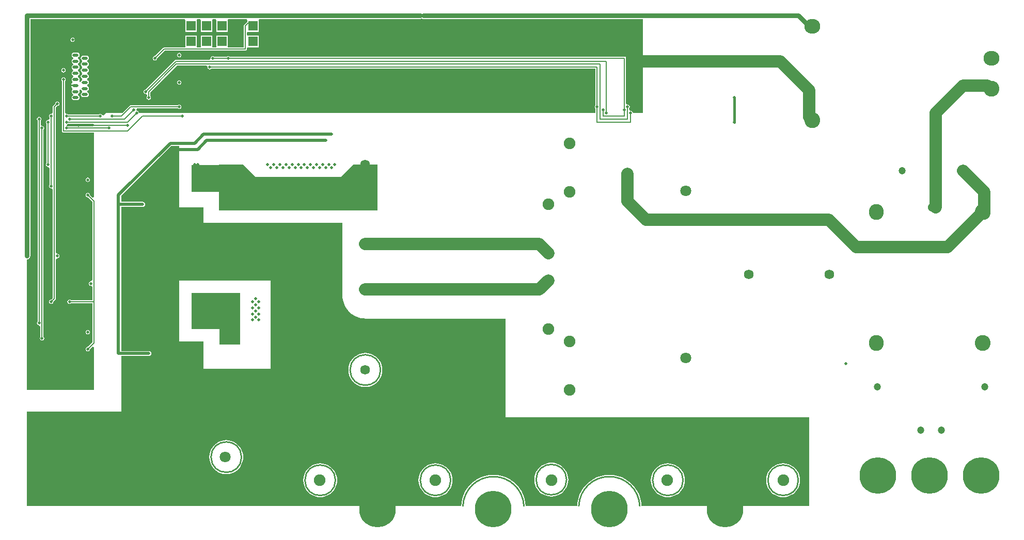
<source format=gbl>
G04*
G04 #@! TF.GenerationSoftware,Altium Limited,Altium Designer,18.1.7 (191)*
G04*
G04 Layer_Physical_Order=4*
G04 Layer_Color=16711680*
%FSLAX44Y44*%
%MOMM*%
G71*
G01*
G75*
%ADD10C,0.2000*%
%ADD36O,1.0000X0.5000*%
%ADD76C,0.2540*%
%ADD79C,0.4000*%
%ADD80C,0.5000*%
%ADD81C,2.0000*%
%ADD104C,1.8000*%
%ADD105O,2.6000X2.4000*%
%ADD106C,2.6000*%
%ADD107C,1.5240*%
%ADD108O,2.4000X2.6000*%
%ADD109C,1.5900*%
%ADD110C,6.0000*%
%ADD111C,1.9000*%
%ADD112C,1.2000*%
%ADD113R,1.6000X1.6000*%
%ADD114C,0.5080*%
%ADD115C,0.8000*%
%ADD116R,26.5000X9.5000*%
%ADD117R,8.0000X6.5000*%
%ADD118R,9.5000X16.0000*%
%ADD119R,8.0000X4.5000*%
%ADD120R,3.5000X8.5000*%
%ADD121R,8.0000X6.0000*%
G36*
X1147854Y909819D02*
X1150000Y909392D01*
X1510000Y909392D01*
X1510000Y755000D01*
X1493609Y755000D01*
X1493609Y755000D01*
X1493335Y756381D01*
X1492552Y757552D01*
X1491381Y758335D01*
X1490000Y758609D01*
X1487960Y760135D01*
X1487552Y762448D01*
X1488335Y763619D01*
X1488609Y765000D01*
X1488335Y766381D01*
X1487552Y767552D01*
X1486381Y768335D01*
X1485000Y768609D01*
X1482549Y770442D01*
Y845000D01*
X1482355Y845975D01*
X1481802Y846802D01*
X1480975Y847355D01*
X1480000Y847549D01*
X832554D01*
X832552Y847552D01*
X831381Y848335D01*
X830000Y848609D01*
X828619Y848335D01*
X827448Y847552D01*
X827446Y847549D01*
X807554D01*
X807552Y847552D01*
X806381Y848335D01*
X805000Y848609D01*
X803619Y848335D01*
X802448Y847552D01*
X801665Y846381D01*
X801391Y845000D01*
X799558Y842549D01*
X745000D01*
X744025Y842355D01*
X743198Y841802D01*
X695004Y793609D01*
X695000Y793609D01*
X693619Y793335D01*
X692448Y792552D01*
X691665Y791381D01*
X691391Y790000D01*
X691665Y788619D01*
X692448Y787448D01*
X693619Y786665D01*
X695000Y786391D01*
X697040Y784865D01*
X697448Y782552D01*
X696665Y781381D01*
X696391Y780000D01*
X696665Y778619D01*
X697448Y777448D01*
X698619Y776665D01*
X700000Y776391D01*
X701381Y776665D01*
X702552Y777448D01*
X703335Y778619D01*
X703609Y780000D01*
X703335Y781381D01*
X702552Y782552D01*
X702549Y782554D01*
Y788944D01*
X746056Y832451D01*
X794558D01*
X796391Y830000D01*
X796665Y828619D01*
X797448Y827448D01*
X798619Y826665D01*
X800000Y826391D01*
X801381Y826665D01*
X802552Y827448D01*
X802554Y827451D01*
X1432451D01*
Y767554D01*
X1432448Y767552D01*
X1431665Y766381D01*
X1431391Y765000D01*
X1431665Y763619D01*
X1432448Y762448D01*
X1432451Y762446D01*
Y755000D01*
X1357912Y755000D01*
X969842Y755000D01*
X683609Y755000D01*
X683609Y755000D01*
X683335Y756381D01*
X682552Y757552D01*
X681381Y758335D01*
X680512Y758508D01*
X679711Y759794D01*
X679965Y761979D01*
X680371Y762381D01*
X680514Y762451D01*
X720000Y762451D01*
X720000Y762451D01*
X725000D01*
X725000Y762451D01*
X725000Y762451D01*
X747446D01*
X747448Y762448D01*
X748619Y761665D01*
X750000Y761391D01*
X751381Y761665D01*
X752552Y762448D01*
X753335Y763619D01*
X753609Y765000D01*
X753335Y766381D01*
X752552Y767552D01*
X751381Y768335D01*
X750000Y768609D01*
X748619Y768335D01*
X747448Y767552D01*
X747446Y767549D01*
X705000D01*
X680000Y767549D01*
X680000Y767549D01*
X670000D01*
X669025Y767355D01*
X668198Y766802D01*
X656395Y755000D01*
X630000D01*
X626000Y751000D01*
X624326Y751239D01*
X623116Y751708D01*
X622552Y752552D01*
X621381Y753335D01*
X620000Y753609D01*
X618619Y753335D01*
X617448Y752552D01*
X617446Y752549D01*
X567554D01*
X567552Y752552D01*
X566381Y753335D01*
X565000Y753609D01*
X562549Y755442D01*
Y807446D01*
X562552Y807448D01*
X563335Y808619D01*
X563609Y810000D01*
X563335Y811381D01*
X562552Y812552D01*
X561381Y813335D01*
X560000Y813609D01*
X558619Y813335D01*
X557448Y812552D01*
X556665Y811381D01*
X556391Y810000D01*
X556665Y808619D01*
X557448Y807448D01*
X557451Y807446D01*
Y725000D01*
X557645Y724025D01*
X558198Y723198D01*
X559025Y722645D01*
X560000Y722451D01*
X610000D01*
X610000Y616923D01*
X607653Y615951D01*
X603609Y619996D01*
X603609Y620000D01*
X603335Y621381D01*
X602552Y622552D01*
X601381Y623335D01*
X600000Y623609D01*
X598619Y623335D01*
X597448Y622552D01*
X596665Y621381D01*
X596391Y620000D01*
X596665Y618619D01*
X597448Y617448D01*
X598619Y616665D01*
X600000Y616391D01*
X600004Y616391D01*
X607451Y608944D01*
Y480442D01*
X605000Y478609D01*
X603619Y478335D01*
X602448Y477552D01*
X601665Y476381D01*
X601391Y475000D01*
X601665Y473619D01*
X602448Y472448D01*
X603619Y471665D01*
X605000Y471391D01*
X607451Y469558D01*
Y447549D01*
X572554D01*
X572552Y447552D01*
X571381Y448335D01*
X570000Y448609D01*
X568619Y448335D01*
X567448Y447552D01*
X566665Y446381D01*
X566391Y445000D01*
X566665Y443619D01*
X567448Y442448D01*
X568619Y441665D01*
X570000Y441391D01*
X571381Y441665D01*
X572552Y442448D01*
X572554Y442451D01*
X607451D01*
Y378556D01*
X600004Y371109D01*
X600000Y371109D01*
X598619Y370835D01*
X597448Y370052D01*
X596665Y368881D01*
X596391Y367500D01*
X596665Y366119D01*
X597448Y364948D01*
X598619Y364165D01*
X600000Y363891D01*
X601381Y364165D01*
X602552Y364948D01*
X603335Y366119D01*
X603609Y367500D01*
X603609Y367504D01*
X607653Y371549D01*
X610000Y370577D01*
Y300000D01*
X500000Y300000D01*
X500000Y514392D01*
X500000Y514392D01*
X502146Y514819D01*
X503965Y516035D01*
X505181Y517854D01*
X505608Y520000D01*
X505608Y909392D01*
X758860Y909392D01*
X759700Y906852D01*
Y888200D01*
X778700D01*
Y906852D01*
X778700Y907200D01*
X779539Y909392D01*
X784260D01*
X785100Y906852D01*
Y888200D01*
X804100D01*
Y906852D01*
X804100Y907200D01*
X804939Y909392D01*
X809660D01*
X810500Y906852D01*
Y888200D01*
X829500D01*
Y906852D01*
X829500Y907200D01*
X830340Y909392D01*
X860461D01*
X861300Y906852D01*
Y904871D01*
X861198Y904802D01*
X856198Y899802D01*
X855645Y898976D01*
X855451Y898000D01*
Y862549D01*
X831936D01*
X829500Y862800D01*
X829500Y865089D01*
Y881800D01*
X810500D01*
Y865089D01*
X810500Y862800D01*
X808064Y862549D01*
X806536D01*
X804100Y862800D01*
X804100Y865089D01*
Y881800D01*
X785100D01*
Y865089D01*
X785100Y862800D01*
X782664Y862549D01*
X781136D01*
X778700Y862800D01*
X778700Y865089D01*
Y881800D01*
X759700D01*
Y865089D01*
X759700Y862800D01*
X757264Y862549D01*
X725000D01*
X724025Y862355D01*
X723198Y861802D01*
X723198Y861802D01*
X710004Y848609D01*
X710000Y848609D01*
X708619Y848335D01*
X707448Y847552D01*
X706665Y846381D01*
X706391Y845000D01*
X706665Y843619D01*
X707448Y842448D01*
X708619Y841665D01*
X710000Y841391D01*
X711381Y841665D01*
X712552Y842448D01*
X713335Y843619D01*
X713609Y845000D01*
X713609Y845004D01*
X726056Y857451D01*
X858000D01*
X858975Y857645D01*
X859802Y858198D01*
X860355Y859025D01*
X860549Y860000D01*
Y860571D01*
X861300Y862800D01*
X863089Y862800D01*
X880300D01*
Y881800D01*
X863089D01*
X861300Y881800D01*
X860549Y884029D01*
Y885971D01*
X861300Y888200D01*
X880300D01*
Y906852D01*
X880300Y907200D01*
X881140Y909392D01*
X1015000Y909392D01*
X1025000D01*
X1025000Y909392D01*
X1145000D01*
X1147146Y909819D01*
X1147417Y910000D01*
X1147583D01*
X1147854Y909819D01*
D02*
G37*
G36*
X609953Y735470D02*
X609985Y735089D01*
X609684Y732549D01*
X567554D01*
X567552Y732552D01*
X566381Y733335D01*
X566222Y733366D01*
X565500Y735000D01*
X566222Y736634D01*
X566381Y736665D01*
X567552Y737448D01*
X567554Y737451D01*
X609132D01*
X609953Y735470D01*
D02*
G37*
G36*
X1075000Y595000D02*
X815000Y595000D01*
Y670000D01*
X855000D01*
X875000Y650000D01*
X1015000D01*
X1035000Y670000D01*
X1075000D01*
X1075000Y595000D01*
D02*
G37*
G36*
X750000Y600000D02*
X790000Y600000D01*
X790000Y485000D01*
X750000Y485000D01*
X750000Y380000D01*
X790000Y380000D01*
X790000Y335000D01*
X900000Y335000D01*
X900000Y575000D01*
X1017500Y575000D01*
X1017500Y455000D01*
Y455000D01*
X1017580Y452547D01*
X1018221Y447684D01*
X1019490Y442946D01*
X1021367Y438414D01*
X1023820Y434166D01*
X1026806Y430274D01*
X1030274Y426806D01*
X1034166Y423820D01*
X1038414Y421367D01*
X1042946Y419490D01*
X1047684Y418220D01*
X1052547Y417580D01*
X1055000Y417500D01*
X1285000D01*
X1285000Y255000D01*
X1782500Y255000D01*
X1782500Y110000D01*
X1507784D01*
X1507762Y110111D01*
X1507745Y110110D01*
X1507431Y114903D01*
X1506081Y121687D01*
X1503858Y128237D01*
X1500798Y134442D01*
X1496955Y140193D01*
X1492394Y145394D01*
X1487193Y149955D01*
X1481442Y153798D01*
X1475237Y156858D01*
X1468687Y159081D01*
X1461903Y160431D01*
X1455000Y160883D01*
X1448097Y160431D01*
X1441313Y159081D01*
X1434763Y156858D01*
X1428558Y153798D01*
X1422807Y149955D01*
X1417606Y145394D01*
X1413045Y140193D01*
X1409202Y134442D01*
X1406142Y128237D01*
X1403919Y121687D01*
X1402569Y114903D01*
X1402255Y110110D01*
X1402238Y110111D01*
X1402216Y110000D01*
X1317784D01*
X1317762Y110111D01*
X1317745Y110110D01*
X1317431Y114903D01*
X1316081Y121687D01*
X1313858Y128237D01*
X1310798Y134442D01*
X1306955Y140193D01*
X1302394Y145394D01*
X1297193Y149955D01*
X1291442Y153798D01*
X1285237Y156858D01*
X1278687Y159081D01*
X1271903Y160431D01*
X1265000Y160883D01*
X1258097Y160431D01*
X1251313Y159081D01*
X1244762Y156858D01*
X1238558Y153798D01*
X1232807Y149955D01*
X1227606Y145394D01*
X1223045Y140193D01*
X1219202Y134442D01*
X1216142Y128237D01*
X1213919Y121687D01*
X1212569Y114903D01*
X1212255Y110110D01*
X1212238Y110111D01*
X1212216Y110000D01*
X500000Y110000D01*
X500000Y265000D01*
X740000Y265000D01*
X740000Y290000D01*
X655000Y290000D01*
Y355922D01*
X700000Y355922D01*
X701561Y356232D01*
X702884Y357116D01*
X703768Y358439D01*
X704078Y360000D01*
X703768Y361561D01*
X702884Y362884D01*
X701561Y363768D01*
X700000Y364078D01*
X655000Y364078D01*
X655000Y600922D01*
X690000D01*
X691561Y601232D01*
X692884Y602116D01*
X693768Y603439D01*
X694078Y605000D01*
X693768Y606561D01*
X692884Y607884D01*
X691561Y608768D01*
X690000Y609078D01*
X655000D01*
Y619232D01*
X736689Y700922D01*
X750000D01*
X750000Y600000D01*
D02*
G37*
%LPC*%
G36*
X575000Y878609D02*
X573619Y878335D01*
X572448Y877552D01*
X571665Y876381D01*
X571391Y875000D01*
X571665Y873619D01*
X572448Y872448D01*
X573619Y871665D01*
X575000Y871391D01*
X576381Y871665D01*
X577552Y872448D01*
X578335Y873619D01*
X578609Y875000D01*
X578335Y876381D01*
X577552Y877552D01*
X576381Y878335D01*
X575000Y878609D01*
D02*
G37*
G36*
X750000Y853609D02*
X748619Y853335D01*
X747448Y852552D01*
X746665Y851381D01*
X746391Y850000D01*
X746665Y848619D01*
X747448Y847448D01*
X748619Y846665D01*
X750000Y846391D01*
X751381Y846665D01*
X752552Y847448D01*
X753335Y848619D01*
X753609Y850000D01*
X753335Y851381D01*
X752552Y852552D01*
X751381Y853335D01*
X750000Y853609D01*
D02*
G37*
G36*
X560000Y828609D02*
X558619Y828335D01*
X557448Y827552D01*
X556665Y826381D01*
X556391Y825000D01*
X556665Y823619D01*
X557448Y822448D01*
X558619Y821665D01*
X560000Y821391D01*
X561381Y821665D01*
X562552Y822448D01*
X563335Y823619D01*
X563609Y825000D01*
X563335Y826381D01*
X562552Y827552D01*
X561381Y828335D01*
X560000Y828609D01*
D02*
G37*
G36*
X750000Y808609D02*
X748619Y808335D01*
X747448Y807552D01*
X746665Y806381D01*
X746391Y805000D01*
X746665Y803619D01*
X747448Y802448D01*
X748619Y801665D01*
X750000Y801391D01*
X751381Y801665D01*
X752552Y802448D01*
X753335Y803619D01*
X753609Y805000D01*
X753335Y806381D01*
X752552Y807552D01*
X751381Y808335D01*
X750000Y808609D01*
D02*
G37*
G36*
X582500Y854078D02*
X577500D01*
X575939Y853768D01*
X574616Y852884D01*
X573732Y851561D01*
X573422Y850000D01*
X573732Y848439D01*
X574616Y847116D01*
X575794Y846329D01*
X575939Y845203D01*
Y844797D01*
X575794Y843671D01*
X574616Y842884D01*
X573732Y841561D01*
X573422Y840000D01*
X573732Y838439D01*
X574616Y837116D01*
X575794Y836329D01*
X575939Y835202D01*
Y834797D01*
X575794Y833671D01*
X574616Y832884D01*
X573732Y831561D01*
X573422Y830000D01*
X573732Y828439D01*
X574616Y827116D01*
X575794Y826329D01*
X575939Y825202D01*
Y824798D01*
X575794Y823671D01*
X574616Y822884D01*
X573732Y821561D01*
X573422Y820000D01*
X573732Y818439D01*
X574616Y817116D01*
X575794Y816329D01*
X575939Y815203D01*
Y814798D01*
X575794Y813671D01*
X574616Y812884D01*
X573732Y811561D01*
X573422Y810000D01*
X573732Y808439D01*
X574616Y807116D01*
X574735Y807037D01*
X574790Y806879D01*
X574579Y804110D01*
X573866Y803634D01*
X572752Y801966D01*
X572614Y801270D01*
X580000D01*
Y798730D01*
X572614D01*
X572752Y798034D01*
X573866Y796366D01*
X574579Y795890D01*
X574790Y793121D01*
X574735Y792963D01*
X574616Y792884D01*
X573732Y791561D01*
X573422Y790000D01*
X573732Y788439D01*
X574616Y787116D01*
X575794Y786329D01*
X575939Y785202D01*
Y784797D01*
X575794Y783671D01*
X574616Y782884D01*
X573732Y781561D01*
X573422Y780000D01*
X573732Y778439D01*
X574616Y777116D01*
X575939Y776232D01*
X577500Y775922D01*
X582500D01*
X584061Y776232D01*
X585384Y777116D01*
X586268Y778439D01*
X586578Y780000D01*
X586268Y781561D01*
X585384Y782884D01*
X584206Y783671D01*
X584061Y784797D01*
Y785202D01*
X584206Y786329D01*
X585384Y787116D01*
X586268Y788439D01*
X586578Y790000D01*
X586268Y791561D01*
X586158Y791725D01*
X586591Y794160D01*
X588732Y793439D01*
X589616Y792116D01*
X590794Y791329D01*
X590939Y790203D01*
Y789798D01*
X590794Y788671D01*
X589616Y787884D01*
X588732Y786561D01*
X588422Y785000D01*
X588732Y783439D01*
X589616Y782116D01*
X590939Y781232D01*
X592500Y780922D01*
X597500D01*
X599061Y781232D01*
X600384Y782116D01*
X601268Y783439D01*
X601578Y785000D01*
X601268Y786561D01*
X600384Y787884D01*
X599206Y788671D01*
X599061Y789798D01*
Y790203D01*
X599206Y791329D01*
X600384Y792116D01*
X601268Y793439D01*
X601578Y795000D01*
X601268Y796561D01*
X600384Y797884D01*
X599206Y798671D01*
X599061Y799798D01*
Y800202D01*
X599206Y801329D01*
X600384Y802116D01*
X601268Y803439D01*
X601578Y805000D01*
X601268Y806561D01*
X600384Y807884D01*
X599206Y808671D01*
X599061Y809797D01*
Y810202D01*
X599206Y811329D01*
X600384Y812116D01*
X601268Y813439D01*
X601578Y815000D01*
X601268Y816561D01*
X600384Y817884D01*
X599206Y818671D01*
X599061Y819797D01*
Y820203D01*
X599206Y821329D01*
X600384Y822116D01*
X601268Y823439D01*
X601578Y825000D01*
X601268Y826561D01*
X600384Y827884D01*
X599206Y828671D01*
X599061Y829798D01*
Y830203D01*
X599206Y831329D01*
X600384Y832116D01*
X601268Y833439D01*
X601578Y835000D01*
X601268Y836561D01*
X600384Y837884D01*
X599206Y838671D01*
X599061Y839798D01*
Y840203D01*
X599206Y841329D01*
X600384Y842116D01*
X601268Y843439D01*
X601578Y845000D01*
X601268Y846561D01*
X600384Y847884D01*
X599061Y848768D01*
X597500Y849078D01*
X592500D01*
X590939Y848768D01*
X589616Y847884D01*
X588732Y846561D01*
X588422Y845000D01*
X588732Y843439D01*
X589616Y842116D01*
X590794Y841329D01*
X590939Y840203D01*
Y839798D01*
X590794Y838671D01*
X589616Y837884D01*
X588732Y836561D01*
X588422Y835000D01*
X588732Y833439D01*
X589616Y832116D01*
X590794Y831329D01*
X590939Y830203D01*
Y829798D01*
X590794Y828671D01*
X589616Y827884D01*
X588732Y826561D01*
X588422Y825000D01*
X588732Y823439D01*
X589616Y822116D01*
X590794Y821329D01*
X590939Y820203D01*
Y819797D01*
X590794Y818671D01*
X589616Y817884D01*
X588732Y816561D01*
X588422Y815000D01*
X588732Y813439D01*
X589616Y812116D01*
X590794Y811329D01*
X590939Y810202D01*
Y809797D01*
X590794Y808671D01*
X589616Y807884D01*
X588732Y806561D01*
X586591Y805840D01*
X586158Y808275D01*
X586268Y808439D01*
X586578Y810000D01*
X586268Y811561D01*
X585384Y812884D01*
X584206Y813671D01*
X584061Y814798D01*
Y815203D01*
X584206Y816329D01*
X585384Y817116D01*
X586268Y818439D01*
X586578Y820000D01*
X586268Y821561D01*
X585384Y822884D01*
X584206Y823671D01*
X584061Y824798D01*
Y825202D01*
X584206Y826329D01*
X585384Y827116D01*
X586268Y828439D01*
X586578Y830000D01*
X586268Y831561D01*
X585384Y832884D01*
X584206Y833671D01*
X584061Y834797D01*
Y835202D01*
X584206Y836329D01*
X585384Y837116D01*
X586268Y838439D01*
X586578Y840000D01*
X586268Y841561D01*
X585384Y842884D01*
X584206Y843671D01*
X584061Y844797D01*
Y845203D01*
X584206Y846329D01*
X585384Y847116D01*
X586268Y848439D01*
X586578Y850000D01*
X586268Y851561D01*
X585384Y852884D01*
X584061Y853768D01*
X582500Y854078D01*
D02*
G37*
G36*
X550000Y773609D02*
X548619Y773335D01*
X547448Y772552D01*
X546665Y771381D01*
X546391Y770000D01*
X546391Y769996D01*
X543197Y766802D01*
X542645Y765975D01*
X542451Y765000D01*
Y755442D01*
X540000Y753609D01*
X538619Y753335D01*
X537448Y752552D01*
X536665Y751381D01*
X536391Y750000D01*
X536665Y748619D01*
X537448Y747448D01*
X537040Y745135D01*
X535000Y743609D01*
X533619Y743335D01*
X532448Y742552D01*
X531665Y741381D01*
X531391Y740000D01*
X531665Y738619D01*
X532448Y737448D01*
X532451Y737446D01*
Y672554D01*
X532448Y672552D01*
X531665Y671381D01*
X531391Y670000D01*
X531665Y668619D01*
X532448Y667448D01*
X533619Y666665D01*
X535000Y666391D01*
X537451Y664558D01*
Y637554D01*
X537448Y637552D01*
X536665Y636381D01*
X536391Y635000D01*
X536665Y633619D01*
X537448Y632448D01*
X538619Y631665D01*
X540000Y631391D01*
X542451Y629558D01*
X542451Y451056D01*
X540004Y448609D01*
X540000Y448609D01*
X538619Y448335D01*
X537448Y447552D01*
X536665Y446381D01*
X536391Y445000D01*
X536665Y443619D01*
X537448Y442448D01*
X538619Y441665D01*
X540000Y441391D01*
X541381Y441665D01*
X542552Y442448D01*
X543335Y443619D01*
X543609Y445000D01*
X543609Y445004D01*
X546802Y448198D01*
X547355Y449025D01*
X547549Y450000D01*
X547549Y450001D01*
Y514558D01*
X550000Y516391D01*
X551381Y516665D01*
X552552Y517448D01*
X553335Y518619D01*
X553609Y520000D01*
X553335Y521381D01*
X552552Y522552D01*
X551381Y523335D01*
X550000Y523609D01*
X547549Y525442D01*
X547549Y763944D01*
X549996Y766391D01*
X550000Y766391D01*
X551381Y766665D01*
X552552Y767448D01*
X553335Y768619D01*
X553609Y770000D01*
X553335Y771381D01*
X552552Y772552D01*
X551381Y773335D01*
X550000Y773609D01*
D02*
G37*
G36*
X600000Y648859D02*
X598619Y648585D01*
X597448Y647802D01*
X596665Y646631D01*
X596391Y645250D01*
X596665Y643869D01*
X597448Y642698D01*
X598619Y641915D01*
X600000Y641641D01*
X601381Y641915D01*
X602552Y642698D01*
X603335Y643869D01*
X603609Y645250D01*
X603335Y646631D01*
X602552Y647802D01*
X601381Y648585D01*
X600000Y648859D01*
D02*
G37*
G36*
Y398859D02*
X598619Y398585D01*
X597448Y397802D01*
X596665Y396631D01*
X596391Y395250D01*
X596665Y393869D01*
X597448Y392698D01*
X598619Y391915D01*
X600000Y391641D01*
X601381Y391915D01*
X602552Y392698D01*
X603335Y393869D01*
X603609Y395250D01*
X603335Y396631D01*
X602552Y397802D01*
X601381Y398585D01*
X600000Y398859D01*
D02*
G37*
G36*
X520000Y748609D02*
X518619Y748335D01*
X517448Y747552D01*
X516665Y746381D01*
X516391Y745000D01*
X516665Y743619D01*
X517448Y742448D01*
X517451Y742446D01*
X517451Y412554D01*
X517448Y412552D01*
X516665Y411381D01*
X516391Y410000D01*
X516665Y408619D01*
X517448Y407448D01*
X518619Y406665D01*
X520000Y406391D01*
X522451Y404558D01*
X522451Y387554D01*
X522448Y387552D01*
X521665Y386381D01*
X521391Y385000D01*
X521665Y383619D01*
X522448Y382448D01*
X523619Y381665D01*
X525000Y381391D01*
X526381Y381665D01*
X527552Y382448D01*
X528335Y383619D01*
X528609Y385000D01*
X528335Y386381D01*
X527552Y387552D01*
X527549Y387554D01*
X527549Y727446D01*
X527552Y727448D01*
X528335Y728619D01*
X528609Y730000D01*
X528335Y731381D01*
X527552Y732552D01*
X526381Y733335D01*
X525000Y733609D01*
X522549Y735442D01*
Y742446D01*
X522552Y742448D01*
X523335Y743619D01*
X523609Y745000D01*
X523335Y746381D01*
X522552Y747552D01*
X521381Y748335D01*
X520000Y748609D01*
D02*
G37*
G36*
X1055000Y360856D02*
X1050642Y360513D01*
X1046392Y359492D01*
X1042354Y357820D01*
X1038627Y355536D01*
X1035303Y352697D01*
X1032464Y349373D01*
X1030180Y345646D01*
X1028508Y341608D01*
X1027487Y337358D01*
X1027144Y333000D01*
X1027487Y328642D01*
X1028508Y324392D01*
X1030180Y320354D01*
X1032464Y316627D01*
X1035303Y313303D01*
X1038627Y310464D01*
X1042354Y308180D01*
X1046392Y306507D01*
X1050642Y305487D01*
X1055000Y305144D01*
X1059358Y305487D01*
X1063608Y306507D01*
X1067646Y308180D01*
X1071373Y310464D01*
X1074697Y313303D01*
X1077536Y316627D01*
X1079820Y320354D01*
X1081492Y324392D01*
X1082513Y328642D01*
X1082856Y333000D01*
X1082513Y337358D01*
X1081492Y341608D01*
X1079820Y345646D01*
X1077536Y349373D01*
X1074697Y352697D01*
X1071373Y355536D01*
X1067646Y357820D01*
X1063608Y359492D01*
X1059358Y360513D01*
X1055000Y360856D01*
D02*
G37*
G36*
X827000Y217856D02*
X822642Y217513D01*
X818392Y216493D01*
X814354Y214820D01*
X810627Y212536D01*
X807303Y209697D01*
X804464Y206373D01*
X802180Y202646D01*
X800508Y198608D01*
X799487Y194358D01*
X799144Y190000D01*
X799487Y185642D01*
X800508Y181392D01*
X802180Y177354D01*
X804464Y173627D01*
X807303Y170303D01*
X810627Y167464D01*
X814354Y165180D01*
X818392Y163507D01*
X822642Y162487D01*
X827000Y162144D01*
X831358Y162487D01*
X835608Y163507D01*
X839646Y165180D01*
X843373Y167464D01*
X846697Y170303D01*
X849536Y173627D01*
X851820Y177354D01*
X853493Y181392D01*
X854513Y185642D01*
X854856Y190000D01*
X854513Y194358D01*
X853493Y198608D01*
X851820Y202646D01*
X849536Y206373D01*
X846697Y209697D01*
X843373Y212536D01*
X839646Y214820D01*
X835608Y216493D01*
X831358Y217513D01*
X827000Y217856D01*
D02*
G37*
G36*
X1360000Y180856D02*
X1355642Y180513D01*
X1351392Y179492D01*
X1347354Y177820D01*
X1343627Y175536D01*
X1340303Y172697D01*
X1337464Y169373D01*
X1335180Y165646D01*
X1333508Y161608D01*
X1332487Y157358D01*
X1332144Y153000D01*
X1332487Y148642D01*
X1333508Y144392D01*
X1335180Y140354D01*
X1337464Y136627D01*
X1340303Y133303D01*
X1343627Y130464D01*
X1347354Y128180D01*
X1351392Y126508D01*
X1355642Y125487D01*
X1360000Y125144D01*
X1364358Y125487D01*
X1368608Y126508D01*
X1372646Y128180D01*
X1376373Y130464D01*
X1379697Y133303D01*
X1382536Y136627D01*
X1384820Y140354D01*
X1386492Y144392D01*
X1387513Y148642D01*
X1387856Y153000D01*
X1387513Y157358D01*
X1386492Y161608D01*
X1384820Y165646D01*
X1382536Y169373D01*
X1379697Y172697D01*
X1376373Y175536D01*
X1372646Y177820D01*
X1368608Y179492D01*
X1364358Y180513D01*
X1360000Y180856D01*
D02*
G37*
G36*
X1740000Y179856D02*
X1735642Y179513D01*
X1731392Y178493D01*
X1727354Y176820D01*
X1723627Y174536D01*
X1720303Y171697D01*
X1717464Y168373D01*
X1715180Y164646D01*
X1713508Y160608D01*
X1712487Y156358D01*
X1712144Y152000D01*
X1712487Y147642D01*
X1713508Y143392D01*
X1715180Y139354D01*
X1717464Y135627D01*
X1720303Y132303D01*
X1723627Y129464D01*
X1727354Y127180D01*
X1731392Y125507D01*
X1735642Y124487D01*
X1740000Y124144D01*
X1744358Y124487D01*
X1748608Y125507D01*
X1752646Y127180D01*
X1756373Y129464D01*
X1759697Y132303D01*
X1762536Y135627D01*
X1764820Y139354D01*
X1766492Y143392D01*
X1767513Y147642D01*
X1767856Y152000D01*
X1767513Y156358D01*
X1766492Y160608D01*
X1764820Y164646D01*
X1762536Y168373D01*
X1759697Y171697D01*
X1756373Y174536D01*
X1752646Y176820D01*
X1748608Y178493D01*
X1744358Y179513D01*
X1740000Y179856D01*
D02*
G37*
G36*
X1551000D02*
X1546642Y179513D01*
X1542392Y178493D01*
X1538354Y176820D01*
X1534627Y174536D01*
X1531303Y171697D01*
X1528464Y168373D01*
X1526180Y164646D01*
X1524507Y160608D01*
X1523487Y156358D01*
X1523144Y152000D01*
X1523487Y147642D01*
X1524507Y143392D01*
X1526180Y139354D01*
X1528464Y135627D01*
X1531303Y132303D01*
X1534627Y129464D01*
X1538354Y127180D01*
X1542392Y125507D01*
X1546642Y124487D01*
X1551000Y124144D01*
X1555358Y124487D01*
X1559608Y125507D01*
X1563646Y127180D01*
X1567373Y129464D01*
X1570697Y132303D01*
X1573536Y135627D01*
X1575820Y139354D01*
X1577493Y143392D01*
X1578513Y147642D01*
X1578856Y152000D01*
X1578513Y156358D01*
X1577493Y160608D01*
X1575820Y164646D01*
X1573536Y168373D01*
X1570697Y171697D01*
X1567373Y174536D01*
X1563646Y176820D01*
X1559608Y178493D01*
X1555358Y179513D01*
X1551000Y179856D01*
D02*
G37*
G36*
X1170000D02*
X1165642Y179513D01*
X1161392Y178493D01*
X1157354Y176820D01*
X1153627Y174536D01*
X1150303Y171697D01*
X1147464Y168373D01*
X1145180Y164646D01*
X1143508Y160608D01*
X1142487Y156358D01*
X1142144Y152000D01*
X1142487Y147642D01*
X1143508Y143392D01*
X1145180Y139354D01*
X1147464Y135627D01*
X1150303Y132303D01*
X1153627Y129464D01*
X1157354Y127180D01*
X1161392Y125507D01*
X1165642Y124487D01*
X1170000Y124144D01*
X1174358Y124487D01*
X1178608Y125507D01*
X1182646Y127180D01*
X1186373Y129464D01*
X1189697Y132303D01*
X1192536Y135627D01*
X1194820Y139354D01*
X1196492Y143392D01*
X1197513Y147642D01*
X1197856Y152000D01*
X1197513Y156358D01*
X1196492Y160608D01*
X1194820Y164646D01*
X1192536Y168373D01*
X1189697Y171697D01*
X1186373Y174536D01*
X1182646Y176820D01*
X1178608Y178493D01*
X1174358Y179513D01*
X1170000Y179856D01*
D02*
G37*
G36*
X981000D02*
X976642Y179513D01*
X972392Y178493D01*
X968354Y176820D01*
X964627Y174536D01*
X961303Y171697D01*
X958464Y168373D01*
X956180Y164646D01*
X954508Y160608D01*
X953487Y156358D01*
X953144Y152000D01*
X953487Y147642D01*
X954508Y143392D01*
X956180Y139354D01*
X958464Y135627D01*
X961303Y132303D01*
X964627Y129464D01*
X968354Y127180D01*
X972392Y125507D01*
X976642Y124487D01*
X981000Y124144D01*
X985358Y124487D01*
X989608Y125507D01*
X993646Y127180D01*
X997373Y129464D01*
X1000697Y132303D01*
X1003536Y135627D01*
X1005820Y139354D01*
X1007493Y143392D01*
X1008513Y147642D01*
X1008856Y152000D01*
X1008513Y156358D01*
X1007493Y160608D01*
X1005820Y164646D01*
X1003536Y168373D01*
X1000697Y171697D01*
X997373Y174536D01*
X993646Y176820D01*
X989608Y178493D01*
X985358Y179513D01*
X981000Y179856D01*
D02*
G37*
%LPD*%
D10*
X858000Y898000D02*
X863000Y903000D01*
X858000Y860000D02*
Y898000D01*
X725000Y860000D02*
X858000D01*
X535000Y645000D02*
Y650000D01*
X530000Y655000D02*
X535000Y650000D01*
X530000Y655000D02*
Y795000D01*
X555000Y715000D02*
Y760000D01*
X545000Y765000D02*
X550000Y770000D01*
X750000Y765000D02*
X750000D01*
X725000D02*
X750000D01*
X610000Y445000D02*
Y610000D01*
X600000Y620000D02*
X610000Y610000D01*
X600000Y620000D02*
X600000Y620000D01*
X610000Y377500D02*
Y445000D01*
X600000Y367500D02*
X610000Y377500D01*
X600000Y620000D02*
Y620000D01*
X1485000Y745000D02*
Y765000D01*
X1490000Y740000D02*
Y755000D01*
X1480000Y760000D02*
Y845000D01*
X805000D02*
X1480000D01*
Y750000D02*
Y760000D01*
X1445000Y750000D02*
X1480000D01*
X1435000Y740000D02*
X1490000D01*
X1435000D02*
Y765000D01*
X1440000Y745000D02*
X1485000D01*
X1440000D02*
Y835000D01*
X745000D02*
X1440000D01*
X700000Y790000D02*
X745000Y835000D01*
X1450000Y755000D02*
Y840000D01*
X870000Y840000D02*
X1450000Y840000D01*
X745000Y840000D02*
X870000D01*
X695000Y790000D02*
X745000Y840000D01*
X700000Y780000D02*
Y790000D01*
X1435000Y765000D02*
Y830000D01*
X1145000D02*
X1435000D01*
X1445000Y750000D02*
Y760000D01*
X800000Y830000D02*
X1145000D01*
X1370000Y855000D02*
X1490000D01*
Y780000D02*
Y855000D01*
X1490000Y780000D02*
X1490000Y780000D01*
X1085000Y860000D02*
X1175000Y860000D01*
X1055000Y860000D02*
X1085000D01*
X1005000Y825000D02*
X1030000D01*
Y825000D02*
X1050000Y825000D01*
X1030000D02*
X1045000D01*
X1175000Y860000D02*
X1245000D01*
X725000Y860000D02*
X725000D01*
X690000Y750000D02*
X755000D01*
X750000Y780000D02*
X750000D01*
X740000Y770000D02*
X750000Y780000D01*
X725000Y770000D02*
X740000D01*
X710000Y845000D02*
X725000Y860000D01*
X705000Y765000D02*
X725000D01*
X725000Y765000D02*
X725000Y765000D01*
X680000Y765000D02*
X720000Y765000D01*
X680000Y765000D02*
X680000Y765000D01*
X665000Y725000D02*
X690000Y750000D01*
X560000Y725000D02*
X665000D01*
X670000Y765000D02*
X680000D01*
X655000Y750000D02*
X670000Y765000D01*
X640000Y750000D02*
X655000D01*
X560000Y725000D02*
Y810000D01*
X565000Y730000D02*
X635000D01*
X1205000Y855000D02*
X1370000Y855000D01*
X710000Y845000D02*
X710000D01*
X570000Y445000D02*
X610000D01*
X585000Y735000D02*
X665000D01*
X540000Y445000D02*
X545000Y450000D01*
X545000Y450000D02*
X545000Y450000D01*
X545000Y450000D02*
X545000Y765000D01*
X665000Y740000D02*
X680000Y755000D01*
X565000Y740000D02*
X665000D01*
X660000Y745000D02*
X675000Y760000D01*
X570000Y745000D02*
X660000D01*
X540000Y635000D02*
Y750000D01*
X565000D02*
X620000D01*
X535000Y670000D02*
X535000Y670000D01*
Y740000D01*
X525000Y730000D02*
X525000Y385000D01*
X520000Y745000D02*
X520000Y410000D01*
D36*
X580000Y780000D02*
D03*
X595000Y785000D02*
D03*
X580000Y790000D02*
D03*
X595000Y795000D02*
D03*
X580000Y800000D02*
D03*
X595000Y805000D02*
D03*
X580000Y810000D02*
D03*
X595000Y815000D02*
D03*
X580000Y820000D02*
D03*
Y830000D02*
D03*
X595000Y825000D02*
D03*
Y835000D02*
D03*
X580000Y840000D02*
D03*
X595000Y845000D02*
D03*
X580000Y850000D02*
D03*
D76*
X1080000Y333000D02*
G03*
X1080000Y333000I-25000J0D01*
G01*
X1504960Y109998D02*
G03*
X1405040Y109998I-49960J-1998D01*
G01*
X1314960D02*
G03*
X1215040Y109998I-49960J-1998D01*
G01*
X1765000Y152000D02*
G03*
X1765000Y152000I-25000J0D01*
G01*
X1576000D02*
G03*
X1576000Y152000I-25000J0D01*
G01*
X1385000Y153000D02*
G03*
X1385000Y153000I-25000J0D01*
G01*
X1195000Y152000D02*
G03*
X1195000Y152000I-25000J0D01*
G01*
X1006000D02*
G03*
X1006000Y152000I-25000J0D01*
G01*
X852000Y190000D02*
G03*
X852000Y190000I-25000J0D01*
G01*
D79*
X1660000Y740000D02*
Y780000D01*
D80*
X795000Y710000D02*
X855000D01*
X780000Y695000D02*
X795000Y710000D01*
X745000Y695000D02*
X780000D01*
X735000Y705000D02*
X775000D01*
X790000Y720000D01*
X650000Y620000D02*
X735000Y705000D01*
X650000Y605000D02*
Y620000D01*
Y555000D02*
Y605000D01*
Y360000D02*
Y555000D01*
X790000Y720000D02*
X1000000D01*
X855000Y710000D02*
X990000D01*
X650000Y605000D02*
X690000D01*
X650000Y360000D02*
X700000Y360000D01*
D81*
X1990000Y600000D02*
Y755000D01*
X2070000Y590000D02*
Y625000D01*
X1860000Y535000D02*
X2010000Y535000D01*
X1815000Y580000D02*
X1860000Y535000D01*
X1515000Y580000D02*
X1815000D01*
X2035000Y660000D02*
X2070000Y625000D01*
X2035000Y800000D02*
X2075000D01*
X1990000Y755000D02*
X2035000Y800000D01*
X1485000Y610000D02*
X1515000Y580000D01*
X1485000Y610000D02*
X1485000Y655000D01*
X1783000Y748000D02*
Y792000D01*
X1735000Y840000D02*
X1783000Y792000D01*
X2010000Y535000D02*
X2065000Y590000D01*
X1505000Y840000D02*
X1735000Y840000D01*
X1055000Y540000D02*
X1340000D01*
X1355000Y525000D01*
X1340000Y465000D02*
X1355000Y480000D01*
X1055000Y465000D02*
X1340000D01*
D104*
X1580000Y627500D02*
D03*
Y352500D02*
D03*
X550000Y190000D02*
D03*
X825000D02*
D03*
D105*
X1788000Y897000D02*
D03*
X2082000Y845000D02*
D03*
D106*
X1788000Y743000D02*
D03*
X2082000Y795000D02*
D03*
X2067500Y377500D02*
D03*
Y592500D02*
D03*
D107*
X1985000Y600000D02*
D03*
X1485000Y655000D02*
D03*
D108*
X1892500Y377500D02*
D03*
Y592500D02*
D03*
D109*
X1683960Y490000D02*
D03*
X1816040D02*
D03*
X1055000Y332920D02*
D03*
Y465000D02*
D03*
Y670000D02*
D03*
Y537920D02*
D03*
D110*
X1265000Y105000D02*
D03*
X1455000D02*
D03*
X1895000Y160000D02*
D03*
X1075000Y105000D02*
D03*
X1645000D02*
D03*
X1980000Y160000D02*
D03*
X2065000D02*
D03*
D111*
X1355000Y480000D02*
D03*
Y400000D02*
D03*
X1740000Y227500D02*
D03*
Y152500D02*
D03*
X1550000Y227500D02*
D03*
Y152500D02*
D03*
X1170000Y227500D02*
D03*
Y152500D02*
D03*
X980000Y227500D02*
D03*
Y152500D02*
D03*
X1390000Y705000D02*
D03*
Y625000D02*
D03*
X1360000Y227500D02*
D03*
Y152500D02*
D03*
X1390000Y380000D02*
D03*
Y300000D02*
D03*
X1355000Y605000D02*
D03*
Y525000D02*
D03*
D112*
X1999645Y234645D02*
D03*
X2070355Y305355D02*
D03*
X1935000Y660000D02*
D03*
X2035000D02*
D03*
X1965355Y234645D02*
D03*
X1894645Y305355D02*
D03*
D113*
X870800Y872300D02*
D03*
X845400D02*
D03*
X820000D02*
D03*
X794600D02*
D03*
X769200D02*
D03*
Y897700D02*
D03*
X794600D02*
D03*
X820000D02*
D03*
X845400D02*
D03*
X870800D02*
D03*
D114*
X830000Y845000D02*
D03*
X775000Y235000D02*
D03*
X780000Y240000D02*
D03*
X775000Y245000D02*
D03*
X780000Y250000D02*
D03*
X775000Y255000D02*
D03*
X780000Y260000D02*
D03*
X775000Y265000D02*
D03*
Y275000D02*
D03*
X780000Y270000D02*
D03*
Y280000D02*
D03*
Y485000D02*
D03*
X785000Y490000D02*
D03*
X780000Y495000D02*
D03*
X785000Y500000D02*
D03*
Y510000D02*
D03*
X780000Y505000D02*
D03*
Y515000D02*
D03*
X785000Y520000D02*
D03*
X790000Y515000D02*
D03*
Y505000D02*
D03*
Y495000D02*
D03*
Y485000D02*
D03*
X535000Y560000D02*
D03*
Y535000D02*
D03*
Y350000D02*
D03*
X605000Y475000D02*
D03*
X535000Y645000D02*
D03*
Y660000D02*
D03*
X555000Y715000D02*
D03*
Y760000D02*
D03*
X550000Y770000D02*
D03*
X610000Y785000D02*
D03*
X652500Y787500D02*
D03*
X1485000Y765000D02*
D03*
X1490000Y755000D02*
D03*
X735000Y705000D02*
D03*
X1480000Y760000D02*
D03*
X735000Y815000D02*
D03*
X1445000Y760000D02*
D03*
X1435000Y765000D02*
D03*
X800000Y830000D02*
D03*
X1450000Y755000D02*
D03*
X805000Y845000D02*
D03*
X1085000Y860000D02*
D03*
X1050000Y825000D02*
D03*
X1005000D02*
D03*
X1030000D02*
D03*
X1005000Y900000D02*
D03*
Y890000D02*
D03*
X725000Y840000D02*
D03*
X1000000Y720000D02*
D03*
X990000Y710000D02*
D03*
X855000D02*
D03*
X650000Y555000D02*
D03*
X1000000Y895000D02*
D03*
X1015000Y915000D02*
D03*
X1040000D02*
D03*
X1105000D02*
D03*
X660000Y470000D02*
D03*
Y480000D02*
D03*
Y520000D02*
D03*
Y595000D02*
D03*
Y370000D02*
D03*
Y395000D02*
D03*
Y440000D02*
D03*
X780000Y365000D02*
D03*
Y345000D02*
D03*
Y360000D02*
D03*
Y355000D02*
D03*
Y350000D02*
D03*
X775000Y365000D02*
D03*
Y360000D02*
D03*
X775000Y355000D02*
D03*
Y350000D02*
D03*
Y345000D02*
D03*
Y565000D02*
D03*
Y570000D02*
D03*
Y575000D02*
D03*
X775000Y580000D02*
D03*
Y585000D02*
D03*
X780000Y570000D02*
D03*
Y575000D02*
D03*
Y580000D02*
D03*
Y565000D02*
D03*
Y585000D02*
D03*
X686300Y321550D02*
D03*
X686275Y571500D02*
D03*
X678300Y321550D02*
D03*
X670275Y571500D02*
D03*
X678275D02*
D03*
X670300Y321550D02*
D03*
X755000Y750000D02*
D03*
X770000Y805000D02*
D03*
X810000Y810000D02*
D03*
X725000Y770000D02*
D03*
X750000Y765000D02*
D03*
X650000Y605000D02*
D03*
X750000Y780000D02*
D03*
X995000Y670000D02*
D03*
X560000Y810000D02*
D03*
X565000Y730000D02*
D03*
X570000Y745000D02*
D03*
X750000Y805000D02*
D03*
Y850000D02*
D03*
X780000Y780000D02*
D03*
X500000Y520000D02*
D03*
X1660000Y740000D02*
D03*
X1490000Y780000D02*
D03*
X880000Y415000D02*
D03*
Y425000D02*
D03*
Y435000D02*
D03*
Y445000D02*
D03*
X990000Y665000D02*
D03*
X900000D02*
D03*
X910000D02*
D03*
X920000D02*
D03*
X930000D02*
D03*
X940000D02*
D03*
X950000D02*
D03*
X960000D02*
D03*
X970000D02*
D03*
X980000D02*
D03*
X1000000D02*
D03*
X780000Y450000D02*
D03*
Y430000D02*
D03*
Y445000D02*
D03*
Y440000D02*
D03*
Y435000D02*
D03*
X775000Y450000D02*
D03*
Y445000D02*
D03*
X775000Y440000D02*
D03*
Y435000D02*
D03*
Y430000D02*
D03*
X780000Y670000D02*
D03*
Y650000D02*
D03*
Y665000D02*
D03*
Y660000D02*
D03*
Y655000D02*
D03*
X775000Y670000D02*
D03*
Y665000D02*
D03*
X775000Y660000D02*
D03*
Y655000D02*
D03*
Y650000D02*
D03*
X845000Y600000D02*
D03*
X840000Y605000D02*
D03*
X835000Y600000D02*
D03*
X830000Y605000D02*
D03*
X825000Y600000D02*
D03*
X820000Y605000D02*
D03*
X845000Y380000D02*
D03*
X840000Y385000D02*
D03*
X835000Y380000D02*
D03*
X830000Y385000D02*
D03*
X825000Y380000D02*
D03*
X820000Y385000D02*
D03*
X875000Y450000D02*
D03*
X870000Y445000D02*
D03*
Y435000D02*
D03*
X875000Y440000D02*
D03*
Y430000D02*
D03*
X870000Y425000D02*
D03*
X875000Y420000D02*
D03*
X870000Y415000D02*
D03*
X1005000Y670000D02*
D03*
X985000D02*
D03*
X975000D02*
D03*
X965000D02*
D03*
X955000D02*
D03*
X945000D02*
D03*
X935000D02*
D03*
X925000D02*
D03*
X915000D02*
D03*
X905000D02*
D03*
X895000D02*
D03*
X510000Y715000D02*
D03*
Y755000D02*
D03*
Y635000D02*
D03*
Y675000D02*
D03*
Y560000D02*
D03*
Y595000D02*
D03*
Y475000D02*
D03*
Y435000D02*
D03*
Y390000D02*
D03*
Y350000D02*
D03*
X535000Y305000D02*
D03*
X510000D02*
D03*
X600000D02*
D03*
X570000D02*
D03*
X715000Y875000D02*
D03*
X675000D02*
D03*
Y905000D02*
D03*
X715000D02*
D03*
X510000Y810000D02*
D03*
Y840000D02*
D03*
Y870000D02*
D03*
X590000Y905000D02*
D03*
X550000D02*
D03*
X510000D02*
D03*
X550000Y520000D02*
D03*
X845000Y605000D02*
D03*
X835000D02*
D03*
X825000D02*
D03*
X595000Y460000D02*
D03*
X535000Y595000D02*
D03*
X510000Y535000D02*
D03*
X535000Y475000D02*
D03*
X510000Y490000D02*
D03*
X570000Y445000D02*
D03*
X580000Y840000D02*
D03*
Y850000D02*
D03*
X595000Y845000D02*
D03*
Y835000D02*
D03*
X580000Y830000D02*
D03*
X595000Y825000D02*
D03*
X580000Y820000D02*
D03*
X595000Y815000D02*
D03*
Y795000D02*
D03*
X580000Y810000D02*
D03*
X595000Y805000D02*
D03*
X580000Y800000D02*
D03*
Y790000D02*
D03*
X595000Y785000D02*
D03*
X580000Y780000D02*
D03*
X665000Y735000D02*
D03*
X595000Y883000D02*
D03*
X585000Y735000D02*
D03*
X710000Y845000D02*
D03*
X635000Y730000D02*
D03*
X540000Y445000D02*
D03*
X680000Y755000D02*
D03*
X675000Y760000D02*
D03*
X575000Y875000D02*
D03*
X530000Y820000D02*
D03*
X700000Y360000D02*
D03*
X525000Y730000D02*
D03*
X565000Y740000D02*
D03*
X535000D02*
D03*
X520000Y745000D02*
D03*
X540000Y750000D02*
D03*
X565000D02*
D03*
X620000D02*
D03*
X640000D02*
D03*
X845000Y385000D02*
D03*
X835000D02*
D03*
X825000D02*
D03*
X530000Y795000D02*
D03*
X560000Y825000D02*
D03*
X700000Y780000D02*
D03*
X695000Y790000D02*
D03*
X1660000Y780000D02*
D03*
X690000Y605000D02*
D03*
X550000Y890000D02*
D03*
X540000Y635000D02*
D03*
X570000Y370250D02*
D03*
X555000Y375250D02*
D03*
X520000Y410000D02*
D03*
X525000Y385000D02*
D03*
X600000Y620000D02*
D03*
Y631000D02*
D03*
X535000Y670000D02*
D03*
X840000Y380000D02*
D03*
X820000D02*
D03*
X830000D02*
D03*
Y600000D02*
D03*
X820000D02*
D03*
X840000D02*
D03*
X600000Y367500D02*
D03*
X1842500Y343270D02*
D03*
X600000Y380250D02*
D03*
X570000Y460000D02*
D03*
X657500Y852500D02*
D03*
X625000Y815000D02*
D03*
X615000Y850000D02*
D03*
X580000Y770000D02*
D03*
X550000Y570000D02*
D03*
X600000Y645250D02*
D03*
Y395250D02*
D03*
D115*
X1780500Y899500D02*
X1785000Y895000D01*
X1765000Y915000D02*
X1780500Y899500D01*
X1015000Y915000D02*
X1025000D01*
X500000Y915000D02*
X1015000Y915000D01*
X500000D02*
X500000Y520000D01*
X1040000Y915000D02*
X1105000D01*
X1015000D02*
X1040000D01*
X1105000D02*
X1145000D01*
X1150000Y915000D02*
X1765000Y915000D01*
D116*
X877500Y527500D02*
D03*
D117*
X1645000Y142500D02*
D03*
X1075000D02*
D03*
D118*
X702500Y230000D02*
D03*
D119*
X810000Y647500D02*
D03*
D120*
X832500Y417500D02*
D03*
D121*
X810000Y430000D02*
D03*
M02*

</source>
